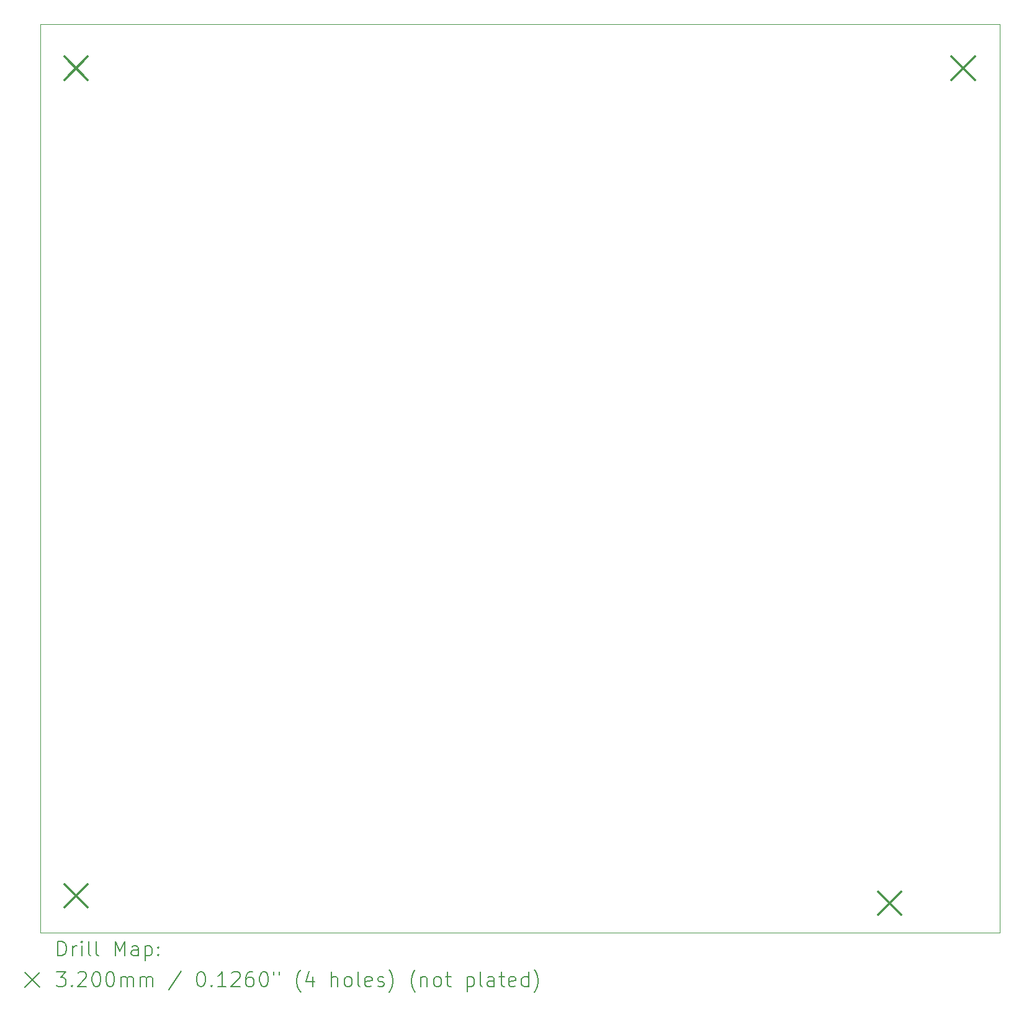
<source format=gbr>
%TF.GenerationSoftware,KiCad,Pcbnew,7.0.1-0*%
%TF.CreationDate,2023-04-17T18:55:56+01:00*%
%TF.ProjectId,cyborg65r2_pcb,6379626f-7267-4363-9572-325f7063622e,rev?*%
%TF.SameCoordinates,Original*%
%TF.FileFunction,Drillmap*%
%TF.FilePolarity,Positive*%
%FSLAX45Y45*%
G04 Gerber Fmt 4.5, Leading zero omitted, Abs format (unit mm)*
G04 Created by KiCad (PCBNEW 7.0.1-0) date 2023-04-17 18:55:56*
%MOMM*%
%LPD*%
G01*
G04 APERTURE LIST*
%ADD10C,0.100000*%
%ADD11C,0.200000*%
%ADD12C,0.320000*%
G04 APERTURE END LIST*
D10*
X9910000Y-3100000D02*
X23000000Y-3100000D01*
X23000000Y-15500000D01*
X9910000Y-15500000D01*
X9910000Y-3100000D01*
D11*
D12*
X10240000Y-3540000D02*
X10560000Y-3860000D01*
X10560000Y-3540000D02*
X10240000Y-3860000D01*
X10240000Y-14840000D02*
X10560000Y-15160000D01*
X10560000Y-14840000D02*
X10240000Y-15160000D01*
X21340000Y-14940000D02*
X21660000Y-15260000D01*
X21660000Y-14940000D02*
X21340000Y-15260000D01*
X22340000Y-3540000D02*
X22660000Y-3860000D01*
X22660000Y-3540000D02*
X22340000Y-3860000D01*
D11*
X10152619Y-15817524D02*
X10152619Y-15617524D01*
X10152619Y-15617524D02*
X10200238Y-15617524D01*
X10200238Y-15617524D02*
X10228810Y-15627048D01*
X10228810Y-15627048D02*
X10247857Y-15646095D01*
X10247857Y-15646095D02*
X10257381Y-15665143D01*
X10257381Y-15665143D02*
X10266905Y-15703238D01*
X10266905Y-15703238D02*
X10266905Y-15731809D01*
X10266905Y-15731809D02*
X10257381Y-15769905D01*
X10257381Y-15769905D02*
X10247857Y-15788952D01*
X10247857Y-15788952D02*
X10228810Y-15808000D01*
X10228810Y-15808000D02*
X10200238Y-15817524D01*
X10200238Y-15817524D02*
X10152619Y-15817524D01*
X10352619Y-15817524D02*
X10352619Y-15684190D01*
X10352619Y-15722286D02*
X10362143Y-15703238D01*
X10362143Y-15703238D02*
X10371667Y-15693714D01*
X10371667Y-15693714D02*
X10390714Y-15684190D01*
X10390714Y-15684190D02*
X10409762Y-15684190D01*
X10476429Y-15817524D02*
X10476429Y-15684190D01*
X10476429Y-15617524D02*
X10466905Y-15627048D01*
X10466905Y-15627048D02*
X10476429Y-15636571D01*
X10476429Y-15636571D02*
X10485952Y-15627048D01*
X10485952Y-15627048D02*
X10476429Y-15617524D01*
X10476429Y-15617524D02*
X10476429Y-15636571D01*
X10600238Y-15817524D02*
X10581190Y-15808000D01*
X10581190Y-15808000D02*
X10571667Y-15788952D01*
X10571667Y-15788952D02*
X10571667Y-15617524D01*
X10705000Y-15817524D02*
X10685952Y-15808000D01*
X10685952Y-15808000D02*
X10676429Y-15788952D01*
X10676429Y-15788952D02*
X10676429Y-15617524D01*
X10933571Y-15817524D02*
X10933571Y-15617524D01*
X10933571Y-15617524D02*
X11000238Y-15760381D01*
X11000238Y-15760381D02*
X11066905Y-15617524D01*
X11066905Y-15617524D02*
X11066905Y-15817524D01*
X11247857Y-15817524D02*
X11247857Y-15712762D01*
X11247857Y-15712762D02*
X11238333Y-15693714D01*
X11238333Y-15693714D02*
X11219286Y-15684190D01*
X11219286Y-15684190D02*
X11181190Y-15684190D01*
X11181190Y-15684190D02*
X11162143Y-15693714D01*
X11247857Y-15808000D02*
X11228809Y-15817524D01*
X11228809Y-15817524D02*
X11181190Y-15817524D01*
X11181190Y-15817524D02*
X11162143Y-15808000D01*
X11162143Y-15808000D02*
X11152619Y-15788952D01*
X11152619Y-15788952D02*
X11152619Y-15769905D01*
X11152619Y-15769905D02*
X11162143Y-15750857D01*
X11162143Y-15750857D02*
X11181190Y-15741333D01*
X11181190Y-15741333D02*
X11228809Y-15741333D01*
X11228809Y-15741333D02*
X11247857Y-15731809D01*
X11343095Y-15684190D02*
X11343095Y-15884190D01*
X11343095Y-15693714D02*
X11362143Y-15684190D01*
X11362143Y-15684190D02*
X11400238Y-15684190D01*
X11400238Y-15684190D02*
X11419286Y-15693714D01*
X11419286Y-15693714D02*
X11428809Y-15703238D01*
X11428809Y-15703238D02*
X11438333Y-15722286D01*
X11438333Y-15722286D02*
X11438333Y-15779428D01*
X11438333Y-15779428D02*
X11428809Y-15798476D01*
X11428809Y-15798476D02*
X11419286Y-15808000D01*
X11419286Y-15808000D02*
X11400238Y-15817524D01*
X11400238Y-15817524D02*
X11362143Y-15817524D01*
X11362143Y-15817524D02*
X11343095Y-15808000D01*
X11524048Y-15798476D02*
X11533571Y-15808000D01*
X11533571Y-15808000D02*
X11524048Y-15817524D01*
X11524048Y-15817524D02*
X11514524Y-15808000D01*
X11514524Y-15808000D02*
X11524048Y-15798476D01*
X11524048Y-15798476D02*
X11524048Y-15817524D01*
X11524048Y-15693714D02*
X11533571Y-15703238D01*
X11533571Y-15703238D02*
X11524048Y-15712762D01*
X11524048Y-15712762D02*
X11514524Y-15703238D01*
X11514524Y-15703238D02*
X11524048Y-15693714D01*
X11524048Y-15693714D02*
X11524048Y-15712762D01*
X9705000Y-16045000D02*
X9905000Y-16245000D01*
X9905000Y-16045000D02*
X9705000Y-16245000D01*
X10133571Y-16037524D02*
X10257381Y-16037524D01*
X10257381Y-16037524D02*
X10190714Y-16113714D01*
X10190714Y-16113714D02*
X10219286Y-16113714D01*
X10219286Y-16113714D02*
X10238333Y-16123238D01*
X10238333Y-16123238D02*
X10247857Y-16132762D01*
X10247857Y-16132762D02*
X10257381Y-16151809D01*
X10257381Y-16151809D02*
X10257381Y-16199428D01*
X10257381Y-16199428D02*
X10247857Y-16218476D01*
X10247857Y-16218476D02*
X10238333Y-16228000D01*
X10238333Y-16228000D02*
X10219286Y-16237524D01*
X10219286Y-16237524D02*
X10162143Y-16237524D01*
X10162143Y-16237524D02*
X10143095Y-16228000D01*
X10143095Y-16228000D02*
X10133571Y-16218476D01*
X10343095Y-16218476D02*
X10352619Y-16228000D01*
X10352619Y-16228000D02*
X10343095Y-16237524D01*
X10343095Y-16237524D02*
X10333571Y-16228000D01*
X10333571Y-16228000D02*
X10343095Y-16218476D01*
X10343095Y-16218476D02*
X10343095Y-16237524D01*
X10428810Y-16056571D02*
X10438333Y-16047048D01*
X10438333Y-16047048D02*
X10457381Y-16037524D01*
X10457381Y-16037524D02*
X10505000Y-16037524D01*
X10505000Y-16037524D02*
X10524048Y-16047048D01*
X10524048Y-16047048D02*
X10533571Y-16056571D01*
X10533571Y-16056571D02*
X10543095Y-16075619D01*
X10543095Y-16075619D02*
X10543095Y-16094667D01*
X10543095Y-16094667D02*
X10533571Y-16123238D01*
X10533571Y-16123238D02*
X10419286Y-16237524D01*
X10419286Y-16237524D02*
X10543095Y-16237524D01*
X10666905Y-16037524D02*
X10685952Y-16037524D01*
X10685952Y-16037524D02*
X10705000Y-16047048D01*
X10705000Y-16047048D02*
X10714524Y-16056571D01*
X10714524Y-16056571D02*
X10724048Y-16075619D01*
X10724048Y-16075619D02*
X10733571Y-16113714D01*
X10733571Y-16113714D02*
X10733571Y-16161333D01*
X10733571Y-16161333D02*
X10724048Y-16199428D01*
X10724048Y-16199428D02*
X10714524Y-16218476D01*
X10714524Y-16218476D02*
X10705000Y-16228000D01*
X10705000Y-16228000D02*
X10685952Y-16237524D01*
X10685952Y-16237524D02*
X10666905Y-16237524D01*
X10666905Y-16237524D02*
X10647857Y-16228000D01*
X10647857Y-16228000D02*
X10638333Y-16218476D01*
X10638333Y-16218476D02*
X10628810Y-16199428D01*
X10628810Y-16199428D02*
X10619286Y-16161333D01*
X10619286Y-16161333D02*
X10619286Y-16113714D01*
X10619286Y-16113714D02*
X10628810Y-16075619D01*
X10628810Y-16075619D02*
X10638333Y-16056571D01*
X10638333Y-16056571D02*
X10647857Y-16047048D01*
X10647857Y-16047048D02*
X10666905Y-16037524D01*
X10857381Y-16037524D02*
X10876429Y-16037524D01*
X10876429Y-16037524D02*
X10895476Y-16047048D01*
X10895476Y-16047048D02*
X10905000Y-16056571D01*
X10905000Y-16056571D02*
X10914524Y-16075619D01*
X10914524Y-16075619D02*
X10924048Y-16113714D01*
X10924048Y-16113714D02*
X10924048Y-16161333D01*
X10924048Y-16161333D02*
X10914524Y-16199428D01*
X10914524Y-16199428D02*
X10905000Y-16218476D01*
X10905000Y-16218476D02*
X10895476Y-16228000D01*
X10895476Y-16228000D02*
X10876429Y-16237524D01*
X10876429Y-16237524D02*
X10857381Y-16237524D01*
X10857381Y-16237524D02*
X10838333Y-16228000D01*
X10838333Y-16228000D02*
X10828810Y-16218476D01*
X10828810Y-16218476D02*
X10819286Y-16199428D01*
X10819286Y-16199428D02*
X10809762Y-16161333D01*
X10809762Y-16161333D02*
X10809762Y-16113714D01*
X10809762Y-16113714D02*
X10819286Y-16075619D01*
X10819286Y-16075619D02*
X10828810Y-16056571D01*
X10828810Y-16056571D02*
X10838333Y-16047048D01*
X10838333Y-16047048D02*
X10857381Y-16037524D01*
X11009762Y-16237524D02*
X11009762Y-16104190D01*
X11009762Y-16123238D02*
X11019286Y-16113714D01*
X11019286Y-16113714D02*
X11038333Y-16104190D01*
X11038333Y-16104190D02*
X11066905Y-16104190D01*
X11066905Y-16104190D02*
X11085952Y-16113714D01*
X11085952Y-16113714D02*
X11095476Y-16132762D01*
X11095476Y-16132762D02*
X11095476Y-16237524D01*
X11095476Y-16132762D02*
X11105000Y-16113714D01*
X11105000Y-16113714D02*
X11124048Y-16104190D01*
X11124048Y-16104190D02*
X11152619Y-16104190D01*
X11152619Y-16104190D02*
X11171667Y-16113714D01*
X11171667Y-16113714D02*
X11181191Y-16132762D01*
X11181191Y-16132762D02*
X11181191Y-16237524D01*
X11276429Y-16237524D02*
X11276429Y-16104190D01*
X11276429Y-16123238D02*
X11285952Y-16113714D01*
X11285952Y-16113714D02*
X11305000Y-16104190D01*
X11305000Y-16104190D02*
X11333571Y-16104190D01*
X11333571Y-16104190D02*
X11352619Y-16113714D01*
X11352619Y-16113714D02*
X11362143Y-16132762D01*
X11362143Y-16132762D02*
X11362143Y-16237524D01*
X11362143Y-16132762D02*
X11371667Y-16113714D01*
X11371667Y-16113714D02*
X11390714Y-16104190D01*
X11390714Y-16104190D02*
X11419286Y-16104190D01*
X11419286Y-16104190D02*
X11438333Y-16113714D01*
X11438333Y-16113714D02*
X11447857Y-16132762D01*
X11447857Y-16132762D02*
X11447857Y-16237524D01*
X11838333Y-16028000D02*
X11666905Y-16285143D01*
X12095476Y-16037524D02*
X12114524Y-16037524D01*
X12114524Y-16037524D02*
X12133572Y-16047048D01*
X12133572Y-16047048D02*
X12143095Y-16056571D01*
X12143095Y-16056571D02*
X12152619Y-16075619D01*
X12152619Y-16075619D02*
X12162143Y-16113714D01*
X12162143Y-16113714D02*
X12162143Y-16161333D01*
X12162143Y-16161333D02*
X12152619Y-16199428D01*
X12152619Y-16199428D02*
X12143095Y-16218476D01*
X12143095Y-16218476D02*
X12133572Y-16228000D01*
X12133572Y-16228000D02*
X12114524Y-16237524D01*
X12114524Y-16237524D02*
X12095476Y-16237524D01*
X12095476Y-16237524D02*
X12076429Y-16228000D01*
X12076429Y-16228000D02*
X12066905Y-16218476D01*
X12066905Y-16218476D02*
X12057381Y-16199428D01*
X12057381Y-16199428D02*
X12047857Y-16161333D01*
X12047857Y-16161333D02*
X12047857Y-16113714D01*
X12047857Y-16113714D02*
X12057381Y-16075619D01*
X12057381Y-16075619D02*
X12066905Y-16056571D01*
X12066905Y-16056571D02*
X12076429Y-16047048D01*
X12076429Y-16047048D02*
X12095476Y-16037524D01*
X12247857Y-16218476D02*
X12257381Y-16228000D01*
X12257381Y-16228000D02*
X12247857Y-16237524D01*
X12247857Y-16237524D02*
X12238333Y-16228000D01*
X12238333Y-16228000D02*
X12247857Y-16218476D01*
X12247857Y-16218476D02*
X12247857Y-16237524D01*
X12447857Y-16237524D02*
X12333572Y-16237524D01*
X12390714Y-16237524D02*
X12390714Y-16037524D01*
X12390714Y-16037524D02*
X12371667Y-16066095D01*
X12371667Y-16066095D02*
X12352619Y-16085143D01*
X12352619Y-16085143D02*
X12333572Y-16094667D01*
X12524048Y-16056571D02*
X12533572Y-16047048D01*
X12533572Y-16047048D02*
X12552619Y-16037524D01*
X12552619Y-16037524D02*
X12600238Y-16037524D01*
X12600238Y-16037524D02*
X12619286Y-16047048D01*
X12619286Y-16047048D02*
X12628810Y-16056571D01*
X12628810Y-16056571D02*
X12638333Y-16075619D01*
X12638333Y-16075619D02*
X12638333Y-16094667D01*
X12638333Y-16094667D02*
X12628810Y-16123238D01*
X12628810Y-16123238D02*
X12514524Y-16237524D01*
X12514524Y-16237524D02*
X12638333Y-16237524D01*
X12809762Y-16037524D02*
X12771667Y-16037524D01*
X12771667Y-16037524D02*
X12752619Y-16047048D01*
X12752619Y-16047048D02*
X12743095Y-16056571D01*
X12743095Y-16056571D02*
X12724048Y-16085143D01*
X12724048Y-16085143D02*
X12714524Y-16123238D01*
X12714524Y-16123238D02*
X12714524Y-16199428D01*
X12714524Y-16199428D02*
X12724048Y-16218476D01*
X12724048Y-16218476D02*
X12733572Y-16228000D01*
X12733572Y-16228000D02*
X12752619Y-16237524D01*
X12752619Y-16237524D02*
X12790714Y-16237524D01*
X12790714Y-16237524D02*
X12809762Y-16228000D01*
X12809762Y-16228000D02*
X12819286Y-16218476D01*
X12819286Y-16218476D02*
X12828810Y-16199428D01*
X12828810Y-16199428D02*
X12828810Y-16151809D01*
X12828810Y-16151809D02*
X12819286Y-16132762D01*
X12819286Y-16132762D02*
X12809762Y-16123238D01*
X12809762Y-16123238D02*
X12790714Y-16113714D01*
X12790714Y-16113714D02*
X12752619Y-16113714D01*
X12752619Y-16113714D02*
X12733572Y-16123238D01*
X12733572Y-16123238D02*
X12724048Y-16132762D01*
X12724048Y-16132762D02*
X12714524Y-16151809D01*
X12952619Y-16037524D02*
X12971667Y-16037524D01*
X12971667Y-16037524D02*
X12990714Y-16047048D01*
X12990714Y-16047048D02*
X13000238Y-16056571D01*
X13000238Y-16056571D02*
X13009762Y-16075619D01*
X13009762Y-16075619D02*
X13019286Y-16113714D01*
X13019286Y-16113714D02*
X13019286Y-16161333D01*
X13019286Y-16161333D02*
X13009762Y-16199428D01*
X13009762Y-16199428D02*
X13000238Y-16218476D01*
X13000238Y-16218476D02*
X12990714Y-16228000D01*
X12990714Y-16228000D02*
X12971667Y-16237524D01*
X12971667Y-16237524D02*
X12952619Y-16237524D01*
X12952619Y-16237524D02*
X12933572Y-16228000D01*
X12933572Y-16228000D02*
X12924048Y-16218476D01*
X12924048Y-16218476D02*
X12914524Y-16199428D01*
X12914524Y-16199428D02*
X12905000Y-16161333D01*
X12905000Y-16161333D02*
X12905000Y-16113714D01*
X12905000Y-16113714D02*
X12914524Y-16075619D01*
X12914524Y-16075619D02*
X12924048Y-16056571D01*
X12924048Y-16056571D02*
X12933572Y-16047048D01*
X12933572Y-16047048D02*
X12952619Y-16037524D01*
X13095476Y-16037524D02*
X13095476Y-16075619D01*
X13171667Y-16037524D02*
X13171667Y-16075619D01*
X13466905Y-16313714D02*
X13457381Y-16304190D01*
X13457381Y-16304190D02*
X13438334Y-16275619D01*
X13438334Y-16275619D02*
X13428810Y-16256571D01*
X13428810Y-16256571D02*
X13419286Y-16228000D01*
X13419286Y-16228000D02*
X13409762Y-16180381D01*
X13409762Y-16180381D02*
X13409762Y-16142286D01*
X13409762Y-16142286D02*
X13419286Y-16094667D01*
X13419286Y-16094667D02*
X13428810Y-16066095D01*
X13428810Y-16066095D02*
X13438334Y-16047048D01*
X13438334Y-16047048D02*
X13457381Y-16018476D01*
X13457381Y-16018476D02*
X13466905Y-16008952D01*
X13628810Y-16104190D02*
X13628810Y-16237524D01*
X13581191Y-16028000D02*
X13533572Y-16170857D01*
X13533572Y-16170857D02*
X13657381Y-16170857D01*
X13885953Y-16237524D02*
X13885953Y-16037524D01*
X13971667Y-16237524D02*
X13971667Y-16132762D01*
X13971667Y-16132762D02*
X13962143Y-16113714D01*
X13962143Y-16113714D02*
X13943096Y-16104190D01*
X13943096Y-16104190D02*
X13914524Y-16104190D01*
X13914524Y-16104190D02*
X13895476Y-16113714D01*
X13895476Y-16113714D02*
X13885953Y-16123238D01*
X14095476Y-16237524D02*
X14076429Y-16228000D01*
X14076429Y-16228000D02*
X14066905Y-16218476D01*
X14066905Y-16218476D02*
X14057381Y-16199428D01*
X14057381Y-16199428D02*
X14057381Y-16142286D01*
X14057381Y-16142286D02*
X14066905Y-16123238D01*
X14066905Y-16123238D02*
X14076429Y-16113714D01*
X14076429Y-16113714D02*
X14095476Y-16104190D01*
X14095476Y-16104190D02*
X14124048Y-16104190D01*
X14124048Y-16104190D02*
X14143096Y-16113714D01*
X14143096Y-16113714D02*
X14152619Y-16123238D01*
X14152619Y-16123238D02*
X14162143Y-16142286D01*
X14162143Y-16142286D02*
X14162143Y-16199428D01*
X14162143Y-16199428D02*
X14152619Y-16218476D01*
X14152619Y-16218476D02*
X14143096Y-16228000D01*
X14143096Y-16228000D02*
X14124048Y-16237524D01*
X14124048Y-16237524D02*
X14095476Y-16237524D01*
X14276429Y-16237524D02*
X14257381Y-16228000D01*
X14257381Y-16228000D02*
X14247857Y-16208952D01*
X14247857Y-16208952D02*
X14247857Y-16037524D01*
X14428810Y-16228000D02*
X14409762Y-16237524D01*
X14409762Y-16237524D02*
X14371667Y-16237524D01*
X14371667Y-16237524D02*
X14352619Y-16228000D01*
X14352619Y-16228000D02*
X14343096Y-16208952D01*
X14343096Y-16208952D02*
X14343096Y-16132762D01*
X14343096Y-16132762D02*
X14352619Y-16113714D01*
X14352619Y-16113714D02*
X14371667Y-16104190D01*
X14371667Y-16104190D02*
X14409762Y-16104190D01*
X14409762Y-16104190D02*
X14428810Y-16113714D01*
X14428810Y-16113714D02*
X14438334Y-16132762D01*
X14438334Y-16132762D02*
X14438334Y-16151809D01*
X14438334Y-16151809D02*
X14343096Y-16170857D01*
X14514524Y-16228000D02*
X14533572Y-16237524D01*
X14533572Y-16237524D02*
X14571667Y-16237524D01*
X14571667Y-16237524D02*
X14590715Y-16228000D01*
X14590715Y-16228000D02*
X14600238Y-16208952D01*
X14600238Y-16208952D02*
X14600238Y-16199428D01*
X14600238Y-16199428D02*
X14590715Y-16180381D01*
X14590715Y-16180381D02*
X14571667Y-16170857D01*
X14571667Y-16170857D02*
X14543096Y-16170857D01*
X14543096Y-16170857D02*
X14524048Y-16161333D01*
X14524048Y-16161333D02*
X14514524Y-16142286D01*
X14514524Y-16142286D02*
X14514524Y-16132762D01*
X14514524Y-16132762D02*
X14524048Y-16113714D01*
X14524048Y-16113714D02*
X14543096Y-16104190D01*
X14543096Y-16104190D02*
X14571667Y-16104190D01*
X14571667Y-16104190D02*
X14590715Y-16113714D01*
X14666905Y-16313714D02*
X14676429Y-16304190D01*
X14676429Y-16304190D02*
X14695477Y-16275619D01*
X14695477Y-16275619D02*
X14705000Y-16256571D01*
X14705000Y-16256571D02*
X14714524Y-16228000D01*
X14714524Y-16228000D02*
X14724048Y-16180381D01*
X14724048Y-16180381D02*
X14724048Y-16142286D01*
X14724048Y-16142286D02*
X14714524Y-16094667D01*
X14714524Y-16094667D02*
X14705000Y-16066095D01*
X14705000Y-16066095D02*
X14695477Y-16047048D01*
X14695477Y-16047048D02*
X14676429Y-16018476D01*
X14676429Y-16018476D02*
X14666905Y-16008952D01*
X15028810Y-16313714D02*
X15019286Y-16304190D01*
X15019286Y-16304190D02*
X15000238Y-16275619D01*
X15000238Y-16275619D02*
X14990715Y-16256571D01*
X14990715Y-16256571D02*
X14981191Y-16228000D01*
X14981191Y-16228000D02*
X14971667Y-16180381D01*
X14971667Y-16180381D02*
X14971667Y-16142286D01*
X14971667Y-16142286D02*
X14981191Y-16094667D01*
X14981191Y-16094667D02*
X14990715Y-16066095D01*
X14990715Y-16066095D02*
X15000238Y-16047048D01*
X15000238Y-16047048D02*
X15019286Y-16018476D01*
X15019286Y-16018476D02*
X15028810Y-16008952D01*
X15105000Y-16104190D02*
X15105000Y-16237524D01*
X15105000Y-16123238D02*
X15114524Y-16113714D01*
X15114524Y-16113714D02*
X15133572Y-16104190D01*
X15133572Y-16104190D02*
X15162143Y-16104190D01*
X15162143Y-16104190D02*
X15181191Y-16113714D01*
X15181191Y-16113714D02*
X15190715Y-16132762D01*
X15190715Y-16132762D02*
X15190715Y-16237524D01*
X15314524Y-16237524D02*
X15295477Y-16228000D01*
X15295477Y-16228000D02*
X15285953Y-16218476D01*
X15285953Y-16218476D02*
X15276429Y-16199428D01*
X15276429Y-16199428D02*
X15276429Y-16142286D01*
X15276429Y-16142286D02*
X15285953Y-16123238D01*
X15285953Y-16123238D02*
X15295477Y-16113714D01*
X15295477Y-16113714D02*
X15314524Y-16104190D01*
X15314524Y-16104190D02*
X15343096Y-16104190D01*
X15343096Y-16104190D02*
X15362143Y-16113714D01*
X15362143Y-16113714D02*
X15371667Y-16123238D01*
X15371667Y-16123238D02*
X15381191Y-16142286D01*
X15381191Y-16142286D02*
X15381191Y-16199428D01*
X15381191Y-16199428D02*
X15371667Y-16218476D01*
X15371667Y-16218476D02*
X15362143Y-16228000D01*
X15362143Y-16228000D02*
X15343096Y-16237524D01*
X15343096Y-16237524D02*
X15314524Y-16237524D01*
X15438334Y-16104190D02*
X15514524Y-16104190D01*
X15466905Y-16037524D02*
X15466905Y-16208952D01*
X15466905Y-16208952D02*
X15476429Y-16228000D01*
X15476429Y-16228000D02*
X15495477Y-16237524D01*
X15495477Y-16237524D02*
X15514524Y-16237524D01*
X15733572Y-16104190D02*
X15733572Y-16304190D01*
X15733572Y-16113714D02*
X15752619Y-16104190D01*
X15752619Y-16104190D02*
X15790715Y-16104190D01*
X15790715Y-16104190D02*
X15809762Y-16113714D01*
X15809762Y-16113714D02*
X15819286Y-16123238D01*
X15819286Y-16123238D02*
X15828810Y-16142286D01*
X15828810Y-16142286D02*
X15828810Y-16199428D01*
X15828810Y-16199428D02*
X15819286Y-16218476D01*
X15819286Y-16218476D02*
X15809762Y-16228000D01*
X15809762Y-16228000D02*
X15790715Y-16237524D01*
X15790715Y-16237524D02*
X15752619Y-16237524D01*
X15752619Y-16237524D02*
X15733572Y-16228000D01*
X15943096Y-16237524D02*
X15924048Y-16228000D01*
X15924048Y-16228000D02*
X15914524Y-16208952D01*
X15914524Y-16208952D02*
X15914524Y-16037524D01*
X16105000Y-16237524D02*
X16105000Y-16132762D01*
X16105000Y-16132762D02*
X16095477Y-16113714D01*
X16095477Y-16113714D02*
X16076429Y-16104190D01*
X16076429Y-16104190D02*
X16038334Y-16104190D01*
X16038334Y-16104190D02*
X16019286Y-16113714D01*
X16105000Y-16228000D02*
X16085953Y-16237524D01*
X16085953Y-16237524D02*
X16038334Y-16237524D01*
X16038334Y-16237524D02*
X16019286Y-16228000D01*
X16019286Y-16228000D02*
X16009762Y-16208952D01*
X16009762Y-16208952D02*
X16009762Y-16189905D01*
X16009762Y-16189905D02*
X16019286Y-16170857D01*
X16019286Y-16170857D02*
X16038334Y-16161333D01*
X16038334Y-16161333D02*
X16085953Y-16161333D01*
X16085953Y-16161333D02*
X16105000Y-16151809D01*
X16171667Y-16104190D02*
X16247858Y-16104190D01*
X16200239Y-16037524D02*
X16200239Y-16208952D01*
X16200239Y-16208952D02*
X16209762Y-16228000D01*
X16209762Y-16228000D02*
X16228810Y-16237524D01*
X16228810Y-16237524D02*
X16247858Y-16237524D01*
X16390715Y-16228000D02*
X16371667Y-16237524D01*
X16371667Y-16237524D02*
X16333572Y-16237524D01*
X16333572Y-16237524D02*
X16314524Y-16228000D01*
X16314524Y-16228000D02*
X16305000Y-16208952D01*
X16305000Y-16208952D02*
X16305000Y-16132762D01*
X16305000Y-16132762D02*
X16314524Y-16113714D01*
X16314524Y-16113714D02*
X16333572Y-16104190D01*
X16333572Y-16104190D02*
X16371667Y-16104190D01*
X16371667Y-16104190D02*
X16390715Y-16113714D01*
X16390715Y-16113714D02*
X16400239Y-16132762D01*
X16400239Y-16132762D02*
X16400239Y-16151809D01*
X16400239Y-16151809D02*
X16305000Y-16170857D01*
X16571667Y-16237524D02*
X16571667Y-16037524D01*
X16571667Y-16228000D02*
X16552620Y-16237524D01*
X16552620Y-16237524D02*
X16514524Y-16237524D01*
X16514524Y-16237524D02*
X16495477Y-16228000D01*
X16495477Y-16228000D02*
X16485953Y-16218476D01*
X16485953Y-16218476D02*
X16476429Y-16199428D01*
X16476429Y-16199428D02*
X16476429Y-16142286D01*
X16476429Y-16142286D02*
X16485953Y-16123238D01*
X16485953Y-16123238D02*
X16495477Y-16113714D01*
X16495477Y-16113714D02*
X16514524Y-16104190D01*
X16514524Y-16104190D02*
X16552620Y-16104190D01*
X16552620Y-16104190D02*
X16571667Y-16113714D01*
X16647858Y-16313714D02*
X16657381Y-16304190D01*
X16657381Y-16304190D02*
X16676429Y-16275619D01*
X16676429Y-16275619D02*
X16685953Y-16256571D01*
X16685953Y-16256571D02*
X16695477Y-16228000D01*
X16695477Y-16228000D02*
X16705000Y-16180381D01*
X16705000Y-16180381D02*
X16705000Y-16142286D01*
X16705000Y-16142286D02*
X16695477Y-16094667D01*
X16695477Y-16094667D02*
X16685953Y-16066095D01*
X16685953Y-16066095D02*
X16676429Y-16047048D01*
X16676429Y-16047048D02*
X16657381Y-16018476D01*
X16657381Y-16018476D02*
X16647858Y-16008952D01*
M02*

</source>
